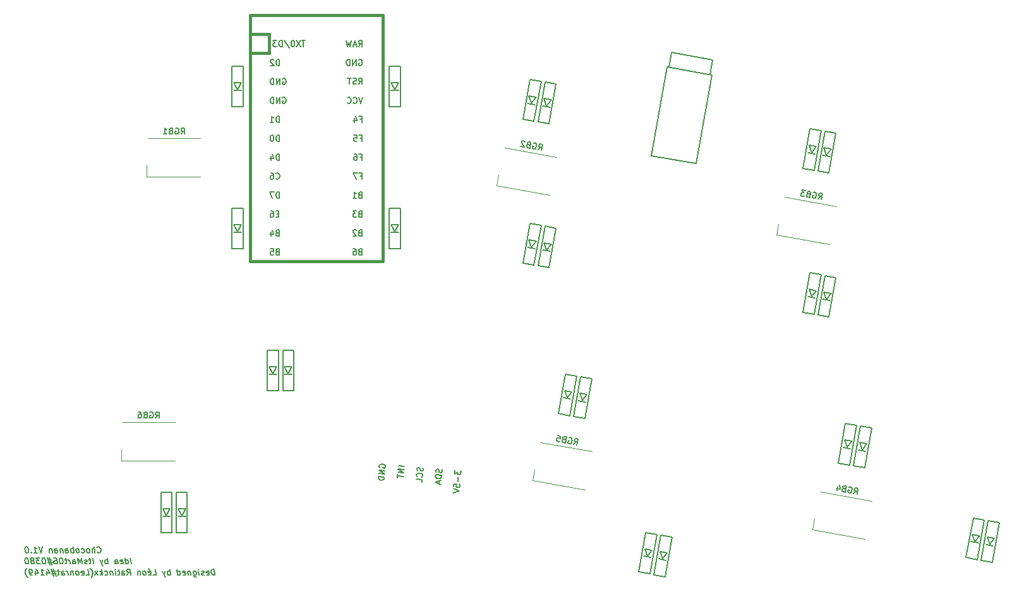
<source format=gbr>
%TF.GenerationSoftware,KiCad,Pcbnew,(6.0.7)*%
%TF.CreationDate,2023-04-18T20:13:39+02:00*%
%TF.ProjectId,chocobanan,63686f63-6f62-4616-9e61-6e2e6b696361,rev?*%
%TF.SameCoordinates,Original*%
%TF.FileFunction,Legend,Bot*%
%TF.FilePolarity,Positive*%
%FSLAX46Y46*%
G04 Gerber Fmt 4.6, Leading zero omitted, Abs format (unit mm)*
G04 Created by KiCad (PCBNEW (6.0.7)) date 2023-04-18 20:13:39*
%MOMM*%
%LPD*%
G01*
G04 APERTURE LIST*
%ADD10C,0.150000*%
%ADD11C,0.381000*%
%ADD12C,0.120000*%
G04 APERTURE END LIST*
D10*
X-5495044Y-62478544D02*
X-5452187Y-62516639D01*
X-5333139Y-62554734D01*
X-5256949Y-62554734D01*
X-5147425Y-62516639D01*
X-5080758Y-62440449D01*
X-5052187Y-62364258D01*
X-5033139Y-62211877D01*
X-5047425Y-62097591D01*
X-5104568Y-61945210D01*
X-5152187Y-61869020D01*
X-5237901Y-61792830D01*
X-5356949Y-61754734D01*
X-5433139Y-61754734D01*
X-5542663Y-61792830D01*
X-5575996Y-61830925D01*
X-5828377Y-62554734D02*
X-5928377Y-61754734D01*
X-6171234Y-62554734D02*
X-6223615Y-62135687D01*
X-6195044Y-62059496D01*
X-6123615Y-62021401D01*
X-6009329Y-62021401D01*
X-5928377Y-62059496D01*
X-5885520Y-62097591D01*
X-6666472Y-62554734D02*
X-6595044Y-62516639D01*
X-6561710Y-62478544D01*
X-6533139Y-62402353D01*
X-6561710Y-62173782D01*
X-6609329Y-62097591D01*
X-6652187Y-62059496D01*
X-6733139Y-62021401D01*
X-6847425Y-62021401D01*
X-6918853Y-62059496D01*
X-6952187Y-62097591D01*
X-6980758Y-62173782D01*
X-6952187Y-62402353D01*
X-6904568Y-62478544D01*
X-6861710Y-62516639D01*
X-6780758Y-62554734D01*
X-6666472Y-62554734D01*
X-7623615Y-62516639D02*
X-7542663Y-62554734D01*
X-7390282Y-62554734D01*
X-7318853Y-62516639D01*
X-7285520Y-62478544D01*
X-7256949Y-62402353D01*
X-7285520Y-62173782D01*
X-7333139Y-62097591D01*
X-7375996Y-62059496D01*
X-7456949Y-62021401D01*
X-7609330Y-62021401D01*
X-7680758Y-62059496D01*
X-8075996Y-62554734D02*
X-8004568Y-62516639D01*
X-7971234Y-62478544D01*
X-7942663Y-62402353D01*
X-7971234Y-62173782D01*
X-8018853Y-62097591D01*
X-8061710Y-62059496D01*
X-8142663Y-62021401D01*
X-8256949Y-62021401D01*
X-8328377Y-62059496D01*
X-8361710Y-62097591D01*
X-8390282Y-62173782D01*
X-8361710Y-62402353D01*
X-8314091Y-62478544D01*
X-8271234Y-62516639D01*
X-8190282Y-62554734D01*
X-8075996Y-62554734D01*
X-8685520Y-62554734D02*
X-8785520Y-61754734D01*
X-8747425Y-62059496D02*
X-8828377Y-62021401D01*
X-8980758Y-62021401D01*
X-9052187Y-62059496D01*
X-9085520Y-62097591D01*
X-9114091Y-62173782D01*
X-9085520Y-62402353D01*
X-9037901Y-62478544D01*
X-8995044Y-62516639D01*
X-8914091Y-62554734D01*
X-8761710Y-62554734D01*
X-8690282Y-62516639D01*
X-9752187Y-62554734D02*
X-9804568Y-62135687D01*
X-9775996Y-62059496D01*
X-9704568Y-62021401D01*
X-9552187Y-62021401D01*
X-9471234Y-62059496D01*
X-9756949Y-62516639D02*
X-9675996Y-62554734D01*
X-9485520Y-62554734D01*
X-9414091Y-62516639D01*
X-9385520Y-62440449D01*
X-9395044Y-62364258D01*
X-9442663Y-62288068D01*
X-9523615Y-62249972D01*
X-9714091Y-62249972D01*
X-9795044Y-62211877D01*
X-10199806Y-62021401D02*
X-10133139Y-62554734D01*
X-10190282Y-62097591D02*
X-10233139Y-62059496D01*
X-10314091Y-62021401D01*
X-10428377Y-62021401D01*
X-10499806Y-62059496D01*
X-10528377Y-62135687D01*
X-10475996Y-62554734D01*
X-11199806Y-62554734D02*
X-11252187Y-62135687D01*
X-11223615Y-62059496D01*
X-11152187Y-62021401D01*
X-10999806Y-62021401D01*
X-10918853Y-62059496D01*
X-11204568Y-62516639D02*
X-11123615Y-62554734D01*
X-10933139Y-62554734D01*
X-10861710Y-62516639D01*
X-10833139Y-62440449D01*
X-10842663Y-62364258D01*
X-10890282Y-62288068D01*
X-10971234Y-62249972D01*
X-11161710Y-62249972D01*
X-11242663Y-62211877D01*
X-11647425Y-62021401D02*
X-11580758Y-62554734D01*
X-11637901Y-62097591D02*
X-11680758Y-62059496D01*
X-11761710Y-62021401D01*
X-11875996Y-62021401D01*
X-11947425Y-62059496D01*
X-11975996Y-62135687D01*
X-11923615Y-62554734D01*
X-12899806Y-61754734D02*
X-13066472Y-62554734D01*
X-13433139Y-61754734D01*
X-14018853Y-62554734D02*
X-13561710Y-62554734D01*
X-13790282Y-62554734D02*
X-13890282Y-61754734D01*
X-13799806Y-61869020D01*
X-13714091Y-61945210D01*
X-13633139Y-61983306D01*
X-14371234Y-62478544D02*
X-14404568Y-62516639D01*
X-14361710Y-62554734D01*
X-14328377Y-62516639D01*
X-14371234Y-62478544D01*
X-14361710Y-62554734D01*
X-14995044Y-61754734D02*
X-15071234Y-61754734D01*
X-15142663Y-61792830D01*
X-15175996Y-61830925D01*
X-15204568Y-61907115D01*
X-15223615Y-62059496D01*
X-15199806Y-62249972D01*
X-15142663Y-62402353D01*
X-15095044Y-62478544D01*
X-15052187Y-62516639D01*
X-14971234Y-62554734D01*
X-14895044Y-62554734D01*
X-14823615Y-62516639D01*
X-14790282Y-62478544D01*
X-14761710Y-62402353D01*
X-14742663Y-62249972D01*
X-14766472Y-62059496D01*
X-14823615Y-61907115D01*
X-14871234Y-61830925D01*
X-14914091Y-61792830D01*
X-14995044Y-61754734D01*
X-990282Y-64054734D02*
X-1090282Y-63254734D01*
X-1714091Y-64054734D02*
X-1814091Y-63254734D01*
X-1718853Y-64016639D02*
X-1637901Y-64054734D01*
X-1485520Y-64054734D01*
X-1414091Y-64016639D01*
X-1380758Y-63978544D01*
X-1352187Y-63902353D01*
X-1380758Y-63673782D01*
X-1428377Y-63597591D01*
X-1471234Y-63559496D01*
X-1552187Y-63521401D01*
X-1704568Y-63521401D01*
X-1775996Y-63559496D01*
X-2404568Y-64016639D02*
X-2323615Y-64054734D01*
X-2171234Y-64054734D01*
X-2099806Y-64016639D01*
X-2071234Y-63940449D01*
X-2109329Y-63635687D01*
X-2156949Y-63559496D01*
X-2237901Y-63521401D01*
X-2390282Y-63521401D01*
X-2461710Y-63559496D01*
X-2490282Y-63635687D01*
X-2480758Y-63711877D01*
X-2090282Y-63788068D01*
X-3123615Y-64054734D02*
X-3175996Y-63635687D01*
X-3147425Y-63559496D01*
X-3075996Y-63521401D01*
X-2923615Y-63521401D01*
X-2842663Y-63559496D01*
X-3128377Y-64016639D02*
X-3047425Y-64054734D01*
X-2856949Y-64054734D01*
X-2785520Y-64016639D01*
X-2756949Y-63940449D01*
X-2766472Y-63864258D01*
X-2814091Y-63788068D01*
X-2895044Y-63749972D01*
X-3085520Y-63749972D01*
X-3166472Y-63711877D01*
X-4114091Y-64054734D02*
X-4214091Y-63254734D01*
X-4175996Y-63559496D02*
X-4256949Y-63521401D01*
X-4409330Y-63521401D01*
X-4480758Y-63559496D01*
X-4514091Y-63597591D01*
X-4542663Y-63673782D01*
X-4514091Y-63902353D01*
X-4466472Y-63978544D01*
X-4423615Y-64016639D01*
X-4342663Y-64054734D01*
X-4190282Y-64054734D01*
X-4118853Y-64016639D01*
X-4828377Y-63521401D02*
X-4952187Y-64054734D01*
X-5209330Y-63521401D02*
X-4952187Y-64054734D01*
X-4852187Y-64245210D01*
X-4809330Y-64283306D01*
X-4728377Y-64321401D01*
X-6056949Y-64054734D02*
X-6156949Y-63254734D01*
X-6390282Y-63521401D02*
X-6695044Y-63521401D01*
X-6537901Y-63254734D02*
X-6452187Y-63940449D01*
X-6480758Y-64016639D01*
X-6552187Y-64054734D01*
X-6628377Y-64054734D01*
X-6861710Y-64016639D02*
X-6933139Y-64054734D01*
X-7085520Y-64054734D01*
X-7166472Y-64016639D01*
X-7214091Y-63940449D01*
X-7218853Y-63902353D01*
X-7190282Y-63826163D01*
X-7118853Y-63788068D01*
X-7004568Y-63788068D01*
X-6933139Y-63749972D01*
X-6904568Y-63673782D01*
X-6909329Y-63635687D01*
X-6956949Y-63559496D01*
X-7037901Y-63521401D01*
X-7152187Y-63521401D01*
X-7223615Y-63559496D01*
X-7542663Y-64054734D02*
X-7642663Y-63254734D01*
X-7837901Y-63826163D01*
X-8175996Y-63254734D01*
X-8075996Y-64054734D01*
X-8799806Y-64054734D02*
X-8852187Y-63635687D01*
X-8823615Y-63559496D01*
X-8752187Y-63521401D01*
X-8599806Y-63521401D01*
X-8518853Y-63559496D01*
X-8804568Y-64016639D02*
X-8723615Y-64054734D01*
X-8533139Y-64054734D01*
X-8461710Y-64016639D01*
X-8433139Y-63940449D01*
X-8442663Y-63864258D01*
X-8490282Y-63788068D01*
X-8571234Y-63749972D01*
X-8761710Y-63749972D01*
X-8842663Y-63711877D01*
X-9180758Y-64054734D02*
X-9247425Y-63521401D01*
X-9228377Y-63673782D02*
X-9275996Y-63597591D01*
X-9318853Y-63559496D01*
X-9399806Y-63521401D01*
X-9475996Y-63521401D01*
X-9628377Y-63521401D02*
X-9933139Y-63521401D01*
X-9775996Y-63254734D02*
X-9690282Y-63940449D01*
X-9718853Y-64016639D01*
X-9790282Y-64054734D01*
X-9866472Y-64054734D01*
X-10385520Y-63254734D02*
X-10461710Y-63254734D01*
X-10533139Y-63292830D01*
X-10566472Y-63330925D01*
X-10595044Y-63407115D01*
X-10614091Y-63559496D01*
X-10590282Y-63749972D01*
X-10533139Y-63902353D01*
X-10485520Y-63978544D01*
X-10442663Y-64016639D01*
X-10361710Y-64054734D01*
X-10285520Y-64054734D01*
X-10214091Y-64016639D01*
X-10180758Y-63978544D01*
X-10152187Y-63902353D01*
X-10133139Y-63749972D01*
X-10156949Y-63559496D01*
X-10214091Y-63407115D01*
X-10261710Y-63330925D01*
X-10304568Y-63292830D01*
X-10385520Y-63254734D01*
X-11337901Y-63254734D02*
X-11185520Y-63254734D01*
X-11104568Y-63292830D01*
X-11061710Y-63330925D01*
X-10971234Y-63445210D01*
X-10914091Y-63597591D01*
X-10875996Y-63902353D01*
X-10904568Y-63978544D01*
X-10937901Y-64016639D01*
X-11009330Y-64054734D01*
X-11161710Y-64054734D01*
X-11242663Y-64016639D01*
X-11285520Y-63978544D01*
X-11333139Y-63902353D01*
X-11356949Y-63711877D01*
X-11328377Y-63635687D01*
X-11295044Y-63597591D01*
X-11223615Y-63559496D01*
X-11071234Y-63559496D01*
X-10990282Y-63597591D01*
X-10947425Y-63635687D01*
X-10899806Y-63711877D01*
X-11685520Y-63521401D02*
X-12256949Y-63521401D01*
X-11956949Y-63178544D02*
X-11599806Y-64207115D01*
X-12137901Y-63864258D02*
X-11566472Y-63864258D01*
X-11866472Y-64207115D02*
X-12223615Y-63178544D01*
X-12709330Y-63254734D02*
X-12785520Y-63254734D01*
X-12856949Y-63292830D01*
X-12890282Y-63330925D01*
X-12918853Y-63407115D01*
X-12937901Y-63559496D01*
X-12914091Y-63749972D01*
X-12856949Y-63902353D01*
X-12809330Y-63978544D01*
X-12766472Y-64016639D01*
X-12685520Y-64054734D01*
X-12609330Y-64054734D01*
X-12537901Y-64016639D01*
X-12504568Y-63978544D01*
X-12475996Y-63902353D01*
X-12456949Y-63749972D01*
X-12480758Y-63559496D01*
X-12537901Y-63407115D01*
X-12585520Y-63330925D01*
X-12628377Y-63292830D01*
X-12709330Y-63254734D01*
X-13242663Y-63254734D02*
X-13737901Y-63254734D01*
X-13433139Y-63559496D01*
X-13547425Y-63559496D01*
X-13618853Y-63597591D01*
X-13652187Y-63635687D01*
X-13680758Y-63711877D01*
X-13656949Y-63902353D01*
X-13609330Y-63978544D01*
X-13566472Y-64016639D01*
X-13485520Y-64054734D01*
X-13256949Y-64054734D01*
X-13185520Y-64016639D01*
X-13152187Y-63978544D01*
X-14152187Y-63597591D02*
X-14080758Y-63559496D01*
X-14047425Y-63521401D01*
X-14018853Y-63445210D01*
X-14023615Y-63407115D01*
X-14071234Y-63330925D01*
X-14114091Y-63292830D01*
X-14195044Y-63254734D01*
X-14347425Y-63254734D01*
X-14418853Y-63292830D01*
X-14452187Y-63330925D01*
X-14480758Y-63407115D01*
X-14475996Y-63445210D01*
X-14428377Y-63521401D01*
X-14385520Y-63559496D01*
X-14304568Y-63597591D01*
X-14152187Y-63597591D01*
X-14071234Y-63635687D01*
X-14028377Y-63673782D01*
X-13980758Y-63749972D01*
X-13961710Y-63902353D01*
X-13990282Y-63978544D01*
X-14023615Y-64016639D01*
X-14095044Y-64054734D01*
X-14247425Y-64054734D01*
X-14328377Y-64016639D01*
X-14371234Y-63978544D01*
X-14418853Y-63902353D01*
X-14437901Y-63749972D01*
X-14409330Y-63673782D01*
X-14375996Y-63635687D01*
X-14304568Y-63597591D01*
X-14995044Y-63254734D02*
X-15071234Y-63254734D01*
X-15142663Y-63292830D01*
X-15175996Y-63330925D01*
X-15204568Y-63407115D01*
X-15223615Y-63559496D01*
X-15199806Y-63749972D01*
X-15142663Y-63902353D01*
X-15095044Y-63978544D01*
X-15052187Y-64016639D01*
X-14971234Y-64054734D01*
X-14895044Y-64054734D01*
X-14823615Y-64016639D01*
X-14790282Y-63978544D01*
X-14761710Y-63902353D01*
X-14742663Y-63749972D01*
X-14766472Y-63559496D01*
X-14823615Y-63407115D01*
X-14871234Y-63330925D01*
X-14914091Y-63292830D01*
X-14995044Y-63254734D01*
X10247812Y-65554734D02*
X10147812Y-64754734D01*
X9957336Y-64754734D01*
X9847812Y-64792830D01*
X9781146Y-64869020D01*
X9752574Y-64945210D01*
X9733527Y-65097591D01*
X9747812Y-65211877D01*
X9804955Y-65364258D01*
X9852574Y-65440449D01*
X9938289Y-65516639D01*
X10057336Y-65554734D01*
X10247812Y-65554734D01*
X9138289Y-65516639D02*
X9219241Y-65554734D01*
X9371622Y-65554734D01*
X9443050Y-65516639D01*
X9471622Y-65440449D01*
X9433527Y-65135687D01*
X9385908Y-65059496D01*
X9304955Y-65021401D01*
X9152574Y-65021401D01*
X9081146Y-65059496D01*
X9052574Y-65135687D01*
X9062098Y-65211877D01*
X9452574Y-65288068D01*
X8795431Y-65516639D02*
X8724003Y-65554734D01*
X8571622Y-65554734D01*
X8490670Y-65516639D01*
X8443050Y-65440449D01*
X8438289Y-65402353D01*
X8466860Y-65326163D01*
X8538289Y-65288068D01*
X8652574Y-65288068D01*
X8724003Y-65249972D01*
X8752574Y-65173782D01*
X8747812Y-65135687D01*
X8700193Y-65059496D01*
X8619241Y-65021401D01*
X8504955Y-65021401D01*
X8433527Y-65059496D01*
X8114479Y-65554734D02*
X8047812Y-65021401D01*
X8014479Y-64754734D02*
X8057336Y-64792830D01*
X8024003Y-64830925D01*
X7981146Y-64792830D01*
X8014479Y-64754734D01*
X8024003Y-64830925D01*
X7324003Y-65021401D02*
X7404955Y-65669020D01*
X7452574Y-65745210D01*
X7495431Y-65783306D01*
X7576384Y-65821401D01*
X7690670Y-65821401D01*
X7762098Y-65783306D01*
X7385908Y-65516639D02*
X7466860Y-65554734D01*
X7619241Y-65554734D01*
X7690670Y-65516639D01*
X7724003Y-65478544D01*
X7752574Y-65402353D01*
X7724003Y-65173782D01*
X7676384Y-65097591D01*
X7633527Y-65059496D01*
X7552574Y-65021401D01*
X7400193Y-65021401D01*
X7328765Y-65059496D01*
X6943050Y-65021401D02*
X7009717Y-65554734D01*
X6952574Y-65097591D02*
X6909717Y-65059496D01*
X6828765Y-65021401D01*
X6714479Y-65021401D01*
X6643050Y-65059496D01*
X6614479Y-65135687D01*
X6666860Y-65554734D01*
X5976384Y-65516639D02*
X6057336Y-65554734D01*
X6209717Y-65554734D01*
X6281146Y-65516639D01*
X6309717Y-65440449D01*
X6271622Y-65135687D01*
X6224003Y-65059496D01*
X6143050Y-65021401D01*
X5990670Y-65021401D01*
X5919241Y-65059496D01*
X5890670Y-65135687D01*
X5900193Y-65211877D01*
X6290670Y-65288068D01*
X5257336Y-65554734D02*
X5157336Y-64754734D01*
X5252574Y-65516639D02*
X5333527Y-65554734D01*
X5485908Y-65554734D01*
X5557336Y-65516639D01*
X5590670Y-65478544D01*
X5619241Y-65402353D01*
X5590670Y-65173782D01*
X5543050Y-65097591D01*
X5500193Y-65059496D01*
X5419241Y-65021401D01*
X5266860Y-65021401D01*
X5195431Y-65059496D01*
X4266860Y-65554734D02*
X4166860Y-64754734D01*
X4204955Y-65059496D02*
X4124003Y-65021401D01*
X3971622Y-65021401D01*
X3900193Y-65059496D01*
X3866860Y-65097591D01*
X3838289Y-65173782D01*
X3866860Y-65402353D01*
X3914479Y-65478544D01*
X3957336Y-65516639D01*
X4038289Y-65554734D01*
X4190670Y-65554734D01*
X4262098Y-65516639D01*
X3552574Y-65021401D02*
X3428765Y-65554734D01*
X3171622Y-65021401D02*
X3428765Y-65554734D01*
X3528765Y-65745210D01*
X3571622Y-65783306D01*
X3652574Y-65821401D01*
X1943050Y-65554734D02*
X2324003Y-65554734D01*
X2224003Y-64754734D01*
X1366860Y-65516639D02*
X1447812Y-65554734D01*
X1600193Y-65554734D01*
X1671622Y-65516639D01*
X1700193Y-65440449D01*
X1662098Y-65135687D01*
X1614479Y-65059496D01*
X1533527Y-65021401D01*
X1381146Y-65021401D01*
X1309717Y-65059496D01*
X1281146Y-65135687D01*
X1290670Y-65211877D01*
X1681146Y-65288068D01*
X1343050Y-64716639D02*
X1471622Y-64830925D01*
X876384Y-65554734D02*
X947812Y-65516639D01*
X981146Y-65478544D01*
X1009717Y-65402353D01*
X981146Y-65173782D01*
X933527Y-65097591D01*
X890670Y-65059496D01*
X809717Y-65021401D01*
X695431Y-65021401D01*
X624003Y-65059496D01*
X590670Y-65097591D01*
X562098Y-65173782D01*
X590670Y-65402353D01*
X638289Y-65478544D01*
X681146Y-65516639D01*
X762098Y-65554734D01*
X876384Y-65554734D01*
X200193Y-65021401D02*
X266860Y-65554734D01*
X209717Y-65097591D02*
X166860Y-65059496D01*
X85908Y-65021401D01*
X-28377Y-65021401D01*
X-99806Y-65059496D01*
X-128377Y-65135687D01*
X-75996Y-65554734D01*
X-1523615Y-65554734D02*
X-1304568Y-65173782D01*
X-1066472Y-65554734D02*
X-1166472Y-64754734D01*
X-1471234Y-64754734D01*
X-1542663Y-64792830D01*
X-1575996Y-64830925D01*
X-1604568Y-64907115D01*
X-1590282Y-65021401D01*
X-1542663Y-65097591D01*
X-1499806Y-65135687D01*
X-1418853Y-65173782D01*
X-1114091Y-65173782D01*
X-2209329Y-65554734D02*
X-2261710Y-65135687D01*
X-2233139Y-65059496D01*
X-2161710Y-65021401D01*
X-2009329Y-65021401D01*
X-1928377Y-65059496D01*
X-2214091Y-65516639D02*
X-2133139Y-65554734D01*
X-1942663Y-65554734D01*
X-1871234Y-65516639D01*
X-1842663Y-65440449D01*
X-1852187Y-65364258D01*
X-1899806Y-65288068D01*
X-1980758Y-65249972D01*
X-2171234Y-65249972D01*
X-2252187Y-65211877D01*
X-2542663Y-65021401D02*
X-2847425Y-65021401D01*
X-2690282Y-64754734D02*
X-2604568Y-65440449D01*
X-2633139Y-65516639D01*
X-2704568Y-65554734D01*
X-2780758Y-65554734D01*
X-3047425Y-65554734D02*
X-3114091Y-65021401D01*
X-3147425Y-64754734D02*
X-3104568Y-64792830D01*
X-3137901Y-64830925D01*
X-3180758Y-64792830D01*
X-3147425Y-64754734D01*
X-3137901Y-64830925D01*
X-3495044Y-65021401D02*
X-3428377Y-65554734D01*
X-3485520Y-65097591D02*
X-3528377Y-65059496D01*
X-3609329Y-65021401D01*
X-3723615Y-65021401D01*
X-3795044Y-65059496D01*
X-3823615Y-65135687D01*
X-3771234Y-65554734D01*
X-4499806Y-65516639D02*
X-4418853Y-65554734D01*
X-4266472Y-65554734D01*
X-4195044Y-65516639D01*
X-4161710Y-65478544D01*
X-4133139Y-65402353D01*
X-4161710Y-65173782D01*
X-4209329Y-65097591D01*
X-4252187Y-65059496D01*
X-4333139Y-65021401D01*
X-4485520Y-65021401D01*
X-4556949Y-65059496D01*
X-4837901Y-65554734D02*
X-4937901Y-64754734D01*
X-4952187Y-65249972D02*
X-5142663Y-65554734D01*
X-5209329Y-65021401D02*
X-4866472Y-65326163D01*
X-5409329Y-65554734D02*
X-5895044Y-65021401D01*
X-5475996Y-65021401D02*
X-5828377Y-65554734D01*
X-6323615Y-65859496D02*
X-6290282Y-65821401D01*
X-6228377Y-65707115D01*
X-6199806Y-65630925D01*
X-6175996Y-65516639D01*
X-6161710Y-65326163D01*
X-6180758Y-65173782D01*
X-6242663Y-64983306D01*
X-6295044Y-64869020D01*
X-6342663Y-64792830D01*
X-6433139Y-64678544D01*
X-6475996Y-64640449D01*
X-7047425Y-65554734D02*
X-6666472Y-65554734D01*
X-6766472Y-64754734D01*
X-7623615Y-65516639D02*
X-7542663Y-65554734D01*
X-7390282Y-65554734D01*
X-7318853Y-65516639D01*
X-7290282Y-65440449D01*
X-7328377Y-65135687D01*
X-7375996Y-65059496D01*
X-7456949Y-65021401D01*
X-7609329Y-65021401D01*
X-7680758Y-65059496D01*
X-7709329Y-65135687D01*
X-7699806Y-65211877D01*
X-7309329Y-65288068D01*
X-8114091Y-65554734D02*
X-8042663Y-65516639D01*
X-8009329Y-65478544D01*
X-7980758Y-65402353D01*
X-8009329Y-65173782D01*
X-8056949Y-65097591D01*
X-8099806Y-65059496D01*
X-8180758Y-65021401D01*
X-8295044Y-65021401D01*
X-8366472Y-65059496D01*
X-8399806Y-65097591D01*
X-8428377Y-65173782D01*
X-8399806Y-65402353D01*
X-8352187Y-65478544D01*
X-8309329Y-65516639D01*
X-8228377Y-65554734D01*
X-8114091Y-65554734D01*
X-8790282Y-65021401D02*
X-8723615Y-65554734D01*
X-8780758Y-65097591D02*
X-8823615Y-65059496D01*
X-8904568Y-65021401D01*
X-9018853Y-65021401D01*
X-9090282Y-65059496D01*
X-9118853Y-65135687D01*
X-9066472Y-65554734D01*
X-9447425Y-65554734D02*
X-9514091Y-65021401D01*
X-9495044Y-65173782D02*
X-9542663Y-65097591D01*
X-9585520Y-65059496D01*
X-9666472Y-65021401D01*
X-9742663Y-65021401D01*
X-10285520Y-65554734D02*
X-10337901Y-65135687D01*
X-10309329Y-65059496D01*
X-10237901Y-65021401D01*
X-10085520Y-65021401D01*
X-10004568Y-65059496D01*
X-10290282Y-65516639D02*
X-10209329Y-65554734D01*
X-10018853Y-65554734D01*
X-9947425Y-65516639D01*
X-9918853Y-65440449D01*
X-9928377Y-65364258D01*
X-9975996Y-65288068D01*
X-10056949Y-65249972D01*
X-10247425Y-65249972D01*
X-10328377Y-65211877D01*
X-10618853Y-65021401D02*
X-10923615Y-65021401D01*
X-10766472Y-64754734D02*
X-10680758Y-65440449D01*
X-10709329Y-65516639D01*
X-10780758Y-65554734D01*
X-10856949Y-65554734D01*
X-11152187Y-65021401D02*
X-11723615Y-65021401D01*
X-11423615Y-64678544D02*
X-11066472Y-65707115D01*
X-11604568Y-65364258D02*
X-11033139Y-65364258D01*
X-11333139Y-65707115D02*
X-11690282Y-64678544D01*
X-12333139Y-65021401D02*
X-12266472Y-65554734D01*
X-12180758Y-64716639D02*
X-11918853Y-65288068D01*
X-12414091Y-65288068D01*
X-13104568Y-65554734D02*
X-12647425Y-65554734D01*
X-12875996Y-65554734D02*
X-12975996Y-64754734D01*
X-12885520Y-64869020D01*
X-12799806Y-64945210D01*
X-12718853Y-64983306D01*
X-13856949Y-65021401D02*
X-13790282Y-65554734D01*
X-13704568Y-64716639D02*
X-13442663Y-65288068D01*
X-13937901Y-65288068D01*
X-14247425Y-65554734D02*
X-14399806Y-65554734D01*
X-14480758Y-65516639D01*
X-14523615Y-65478544D01*
X-14614091Y-65364258D01*
X-14671234Y-65211877D01*
X-14709329Y-64907115D01*
X-14680758Y-64830925D01*
X-14647425Y-64792830D01*
X-14575996Y-64754734D01*
X-14423615Y-64754734D01*
X-14342663Y-64792830D01*
X-14299806Y-64830925D01*
X-14252187Y-64907115D01*
X-14228377Y-65097591D01*
X-14256949Y-65173782D01*
X-14290282Y-65211877D01*
X-14361710Y-65249972D01*
X-14514091Y-65249972D01*
X-14595044Y-65211877D01*
X-14637901Y-65173782D01*
X-14685520Y-65097591D01*
X-14856949Y-65859496D02*
X-14899806Y-65821401D01*
X-14990282Y-65707115D01*
X-15037901Y-65630925D01*
X-15090282Y-65516639D01*
X-15152187Y-65326163D01*
X-15171234Y-65173782D01*
X-15156949Y-64983306D01*
X-15133139Y-64869020D01*
X-15104568Y-64792830D01*
X-15042663Y-64678544D01*
X-15009329Y-64640449D01*
%TO.C,U1*%
X29676557Y-14547857D02*
X29562271Y-14585952D01*
X29524176Y-14624047D01*
X29486080Y-14700238D01*
X29486080Y-14814523D01*
X29524176Y-14890714D01*
X29562271Y-14928809D01*
X29638461Y-14966904D01*
X29943223Y-14966904D01*
X29943223Y-14166904D01*
X29676557Y-14166904D01*
X29600366Y-14205000D01*
X29562271Y-14243095D01*
X29524176Y-14319285D01*
X29524176Y-14395476D01*
X29562271Y-14471666D01*
X29600366Y-14509761D01*
X29676557Y-14547857D01*
X29943223Y-14547857D01*
X28724176Y-14966904D02*
X29181319Y-14966904D01*
X28952747Y-14966904D02*
X28952747Y-14166904D01*
X29028938Y-14281190D01*
X29105128Y-14357380D01*
X29181319Y-14395476D01*
X18405585Y-12350714D02*
X18443680Y-12388809D01*
X18557966Y-12426904D01*
X18634157Y-12426904D01*
X18748442Y-12388809D01*
X18824633Y-12312619D01*
X18862728Y-12236428D01*
X18900823Y-12084047D01*
X18900823Y-11969761D01*
X18862728Y-11817380D01*
X18824633Y-11741190D01*
X18748442Y-11665000D01*
X18634157Y-11626904D01*
X18557966Y-11626904D01*
X18443680Y-11665000D01*
X18405585Y-11703095D01*
X17719871Y-11626904D02*
X17872252Y-11626904D01*
X17948442Y-11665000D01*
X17986538Y-11703095D01*
X18062728Y-11817380D01*
X18100823Y-11969761D01*
X18100823Y-12274523D01*
X18062728Y-12350714D01*
X18024633Y-12388809D01*
X17948442Y-12426904D01*
X17796061Y-12426904D01*
X17719871Y-12388809D01*
X17681776Y-12350714D01*
X17643680Y-12274523D01*
X17643680Y-12084047D01*
X17681776Y-12007857D01*
X17719871Y-11969761D01*
X17796061Y-11931666D01*
X17948442Y-11931666D01*
X18024633Y-11969761D01*
X18062728Y-12007857D01*
X18100823Y-12084047D01*
X29676557Y-4387857D02*
X29943223Y-4387857D01*
X29943223Y-4806904D02*
X29943223Y-4006904D01*
X29562271Y-4006904D01*
X28914652Y-4273571D02*
X28914652Y-4806904D01*
X29105128Y-3968809D02*
X29295604Y-4540238D01*
X28800366Y-4540238D01*
X29676557Y-12007857D02*
X29943223Y-12007857D01*
X29943223Y-12426904D02*
X29943223Y-11626904D01*
X29562271Y-11626904D01*
X29333700Y-11626904D02*
X28800366Y-11626904D01*
X29143223Y-12426904D01*
X30057509Y-1466904D02*
X29790842Y-2266904D01*
X29524176Y-1466904D01*
X28800366Y-2190714D02*
X28838461Y-2228809D01*
X28952747Y-2266904D01*
X29028938Y-2266904D01*
X29143223Y-2228809D01*
X29219414Y-2152619D01*
X29257509Y-2076428D01*
X29295604Y-1924047D01*
X29295604Y-1809761D01*
X29257509Y-1657380D01*
X29219414Y-1581190D01*
X29143223Y-1505000D01*
X29028938Y-1466904D01*
X28952747Y-1466904D01*
X28838461Y-1505000D01*
X28800366Y-1543095D01*
X28000366Y-2190714D02*
X28038461Y-2228809D01*
X28152747Y-2266904D01*
X28228938Y-2266904D01*
X28343223Y-2228809D01*
X28419414Y-2152619D01*
X28457509Y-2076428D01*
X28495604Y-1924047D01*
X28495604Y-1809761D01*
X28457509Y-1657380D01*
X28419414Y-1581190D01*
X28343223Y-1505000D01*
X28228938Y-1466904D01*
X28152747Y-1466904D01*
X28038461Y-1505000D01*
X28000366Y-1543095D01*
X29676557Y-22167857D02*
X29562271Y-22205952D01*
X29524176Y-22244047D01*
X29486080Y-22320238D01*
X29486080Y-22434523D01*
X29524176Y-22510714D01*
X29562271Y-22548809D01*
X29638461Y-22586904D01*
X29943223Y-22586904D01*
X29943223Y-21786904D01*
X29676557Y-21786904D01*
X29600366Y-21825000D01*
X29562271Y-21863095D01*
X29524176Y-21939285D01*
X29524176Y-22015476D01*
X29562271Y-22091666D01*
X29600366Y-22129761D01*
X29676557Y-22167857D01*
X29943223Y-22167857D01*
X28800366Y-21786904D02*
X28952747Y-21786904D01*
X29028938Y-21825000D01*
X29067033Y-21863095D01*
X29143223Y-21977380D01*
X29181319Y-22129761D01*
X29181319Y-22434523D01*
X29143223Y-22510714D01*
X29105128Y-22548809D01*
X29028938Y-22586904D01*
X28876557Y-22586904D01*
X28800366Y-22548809D01*
X28762271Y-22510714D01*
X28724176Y-22434523D01*
X28724176Y-22244047D01*
X28762271Y-22167857D01*
X28800366Y-22129761D01*
X28876557Y-22091666D01*
X29028938Y-22091666D01*
X29105128Y-22129761D01*
X29143223Y-22167857D01*
X29181319Y-22244047D01*
X19319871Y1035000D02*
X19396061Y1073095D01*
X19510347Y1073095D01*
X19624633Y1035000D01*
X19700823Y958809D01*
X19738919Y882619D01*
X19777014Y730238D01*
X19777014Y615952D01*
X19738919Y463571D01*
X19700823Y387380D01*
X19624633Y311190D01*
X19510347Y273095D01*
X19434157Y273095D01*
X19319871Y311190D01*
X19281776Y349285D01*
X19281776Y615952D01*
X19434157Y615952D01*
X18938919Y273095D02*
X18938919Y1073095D01*
X18481776Y273095D01*
X18481776Y1073095D01*
X18100823Y273095D02*
X18100823Y1073095D01*
X17910347Y1073095D01*
X17796061Y1035000D01*
X17719871Y958809D01*
X17681776Y882619D01*
X17643680Y730238D01*
X17643680Y615952D01*
X17681776Y463571D01*
X17719871Y387380D01*
X17796061Y311190D01*
X17910347Y273095D01*
X18100823Y273095D01*
X19319871Y-1505000D02*
X19396061Y-1466904D01*
X19510347Y-1466904D01*
X19624633Y-1505000D01*
X19700823Y-1581190D01*
X19738919Y-1657380D01*
X19777014Y-1809761D01*
X19777014Y-1924047D01*
X19738919Y-2076428D01*
X19700823Y-2152619D01*
X19624633Y-2228809D01*
X19510347Y-2266904D01*
X19434157Y-2266904D01*
X19319871Y-2228809D01*
X19281776Y-2190714D01*
X19281776Y-1924047D01*
X19434157Y-1924047D01*
X18938919Y-2266904D02*
X18938919Y-1466904D01*
X18481776Y-2266904D01*
X18481776Y-1466904D01*
X18100823Y-2266904D02*
X18100823Y-1466904D01*
X17910347Y-1466904D01*
X17796061Y-1505000D01*
X17719871Y-1581190D01*
X17681776Y-1657380D01*
X17643680Y-1809761D01*
X17643680Y-1924047D01*
X17681776Y-2076428D01*
X17719871Y-2152619D01*
X17796061Y-2228809D01*
X17910347Y-2266904D01*
X18100823Y-2266904D01*
X18596061Y-22167857D02*
X18481776Y-22205952D01*
X18443680Y-22244047D01*
X18405585Y-22320238D01*
X18405585Y-22434523D01*
X18443680Y-22510714D01*
X18481776Y-22548809D01*
X18557966Y-22586904D01*
X18862728Y-22586904D01*
X18862728Y-21786904D01*
X18596061Y-21786904D01*
X18519871Y-21825000D01*
X18481776Y-21863095D01*
X18443680Y-21939285D01*
X18443680Y-22015476D01*
X18481776Y-22091666D01*
X18519871Y-22129761D01*
X18596061Y-22167857D01*
X18862728Y-22167857D01*
X17681776Y-21786904D02*
X18062728Y-21786904D01*
X18100823Y-22167857D01*
X18062728Y-22129761D01*
X17986538Y-22091666D01*
X17796061Y-22091666D01*
X17719871Y-22129761D01*
X17681776Y-22167857D01*
X17643680Y-22244047D01*
X17643680Y-22434523D01*
X17681776Y-22510714D01*
X17719871Y-22548809D01*
X17796061Y-22586904D01*
X17986538Y-22586904D01*
X18062728Y-22548809D01*
X18100823Y-22510714D01*
X29676557Y-6927857D02*
X29943223Y-6927857D01*
X29943223Y-7346904D02*
X29943223Y-6546904D01*
X29562271Y-6546904D01*
X28876557Y-6546904D02*
X29257509Y-6546904D01*
X29295604Y-6927857D01*
X29257509Y-6889761D01*
X29181319Y-6851666D01*
X28990842Y-6851666D01*
X28914652Y-6889761D01*
X28876557Y-6927857D01*
X28838461Y-7004047D01*
X28838461Y-7194523D01*
X28876557Y-7270714D01*
X28914652Y-7308809D01*
X28990842Y-7346904D01*
X29181319Y-7346904D01*
X29257509Y-7308809D01*
X29295604Y-7270714D01*
X18862728Y-7346904D02*
X18862728Y-6546904D01*
X18672252Y-6546904D01*
X18557966Y-6585000D01*
X18481776Y-6661190D01*
X18443680Y-6737380D01*
X18405585Y-6889761D01*
X18405585Y-7004047D01*
X18443680Y-7156428D01*
X18481776Y-7232619D01*
X18557966Y-7308809D01*
X18672252Y-7346904D01*
X18862728Y-7346904D01*
X17910347Y-6546904D02*
X17834157Y-6546904D01*
X17757966Y-6585000D01*
X17719871Y-6623095D01*
X17681776Y-6699285D01*
X17643680Y-6851666D01*
X17643680Y-7042142D01*
X17681776Y-7194523D01*
X17719871Y-7270714D01*
X17757966Y-7308809D01*
X17834157Y-7346904D01*
X17910347Y-7346904D01*
X17986538Y-7308809D01*
X18024633Y-7270714D01*
X18062728Y-7194523D01*
X18100823Y-7042142D01*
X18100823Y-6851666D01*
X18062728Y-6699285D01*
X18024633Y-6623095D01*
X17986538Y-6585000D01*
X17910347Y-6546904D01*
X18786538Y-17087857D02*
X18519871Y-17087857D01*
X18405585Y-17506904D02*
X18786538Y-17506904D01*
X18786538Y-16706904D01*
X18405585Y-16706904D01*
X17719871Y-16706904D02*
X17872252Y-16706904D01*
X17948442Y-16745000D01*
X17986538Y-16783095D01*
X18062728Y-16897380D01*
X18100823Y-17049761D01*
X18100823Y-17354523D01*
X18062728Y-17430714D01*
X18024633Y-17468809D01*
X17948442Y-17506904D01*
X17796061Y-17506904D01*
X17719871Y-17468809D01*
X17681776Y-17430714D01*
X17643680Y-17354523D01*
X17643680Y-17164047D01*
X17681776Y-17087857D01*
X17719871Y-17049761D01*
X17796061Y-17011666D01*
X17948442Y-17011666D01*
X18024633Y-17049761D01*
X18062728Y-17087857D01*
X18100823Y-17164047D01*
X18862728Y-14966904D02*
X18862728Y-14166904D01*
X18672252Y-14166904D01*
X18557966Y-14205000D01*
X18481776Y-14281190D01*
X18443680Y-14357380D01*
X18405585Y-14509761D01*
X18405585Y-14624047D01*
X18443680Y-14776428D01*
X18481776Y-14852619D01*
X18557966Y-14928809D01*
X18672252Y-14966904D01*
X18862728Y-14966904D01*
X18138919Y-14166904D02*
X17605585Y-14166904D01*
X17948442Y-14966904D01*
X29676557Y-9467857D02*
X29943223Y-9467857D01*
X29943223Y-9886904D02*
X29943223Y-9086904D01*
X29562271Y-9086904D01*
X28914652Y-9086904D02*
X29067033Y-9086904D01*
X29143223Y-9125000D01*
X29181319Y-9163095D01*
X29257509Y-9277380D01*
X29295604Y-9429761D01*
X29295604Y-9734523D01*
X29257509Y-9810714D01*
X29219414Y-9848809D01*
X29143223Y-9886904D01*
X28990842Y-9886904D01*
X28914652Y-9848809D01*
X28876557Y-9810714D01*
X28838461Y-9734523D01*
X28838461Y-9544047D01*
X28876557Y-9467857D01*
X28914652Y-9429761D01*
X28990842Y-9391666D01*
X29143223Y-9391666D01*
X29219414Y-9429761D01*
X29257509Y-9467857D01*
X29295604Y-9544047D01*
X29676557Y-19627857D02*
X29562271Y-19665952D01*
X29524176Y-19704047D01*
X29486080Y-19780238D01*
X29486080Y-19894523D01*
X29524176Y-19970714D01*
X29562271Y-20008809D01*
X29638461Y-20046904D01*
X29943223Y-20046904D01*
X29943223Y-19246904D01*
X29676557Y-19246904D01*
X29600366Y-19285000D01*
X29562271Y-19323095D01*
X29524176Y-19399285D01*
X29524176Y-19475476D01*
X29562271Y-19551666D01*
X29600366Y-19589761D01*
X29676557Y-19627857D01*
X29943223Y-19627857D01*
X29181319Y-19323095D02*
X29143223Y-19285000D01*
X29067033Y-19246904D01*
X28876557Y-19246904D01*
X28800366Y-19285000D01*
X28762271Y-19323095D01*
X28724176Y-19399285D01*
X28724176Y-19475476D01*
X28762271Y-19589761D01*
X29219414Y-20046904D01*
X28724176Y-20046904D01*
X18596061Y-19627857D02*
X18481776Y-19665952D01*
X18443680Y-19704047D01*
X18405585Y-19780238D01*
X18405585Y-19894523D01*
X18443680Y-19970714D01*
X18481776Y-20008809D01*
X18557966Y-20046904D01*
X18862728Y-20046904D01*
X18862728Y-19246904D01*
X18596061Y-19246904D01*
X18519871Y-19285000D01*
X18481776Y-19323095D01*
X18443680Y-19399285D01*
X18443680Y-19475476D01*
X18481776Y-19551666D01*
X18519871Y-19589761D01*
X18596061Y-19627857D01*
X18862728Y-19627857D01*
X17719871Y-19513571D02*
X17719871Y-20046904D01*
X17910347Y-19208809D02*
X18100823Y-19780238D01*
X17605585Y-19780238D01*
X29524176Y3575000D02*
X29600366Y3613095D01*
X29714652Y3613095D01*
X29828938Y3575000D01*
X29905128Y3498809D01*
X29943223Y3422619D01*
X29981319Y3270238D01*
X29981319Y3155952D01*
X29943223Y3003571D01*
X29905128Y2927380D01*
X29828938Y2851190D01*
X29714652Y2813095D01*
X29638461Y2813095D01*
X29524176Y2851190D01*
X29486080Y2889285D01*
X29486080Y3155952D01*
X29638461Y3155952D01*
X29143223Y2813095D02*
X29143223Y3613095D01*
X28686080Y2813095D01*
X28686080Y3613095D01*
X28305128Y2813095D02*
X28305128Y3613095D01*
X28114652Y3613095D01*
X28000366Y3575000D01*
X27924176Y3498809D01*
X27886080Y3422619D01*
X27847985Y3270238D01*
X27847985Y3155952D01*
X27886080Y3003571D01*
X27924176Y2927380D01*
X28000366Y2851190D01*
X28114652Y2813095D01*
X28305128Y2813095D01*
X22342142Y6153095D02*
X21885000Y6153095D01*
X22113571Y5353095D02*
X22113571Y6153095D01*
X21694523Y6153095D02*
X21161190Y5353095D01*
X21161190Y6153095D02*
X21694523Y5353095D01*
X20704047Y6153095D02*
X20627857Y6153095D01*
X20551666Y6115000D01*
X20513571Y6076904D01*
X20475476Y6000714D01*
X20437380Y5848333D01*
X20437380Y5657857D01*
X20475476Y5505476D01*
X20513571Y5429285D01*
X20551666Y5391190D01*
X20627857Y5353095D01*
X20704047Y5353095D01*
X20780238Y5391190D01*
X20818333Y5429285D01*
X20856428Y5505476D01*
X20894523Y5657857D01*
X20894523Y5848333D01*
X20856428Y6000714D01*
X20818333Y6076904D01*
X20780238Y6115000D01*
X20704047Y6153095D01*
X19523095Y6191190D02*
X20208809Y5162619D01*
X19256428Y5353095D02*
X19256428Y6153095D01*
X19065952Y6153095D01*
X18951666Y6115000D01*
X18875476Y6038809D01*
X18837380Y5962619D01*
X18799285Y5810238D01*
X18799285Y5695952D01*
X18837380Y5543571D01*
X18875476Y5467380D01*
X18951666Y5391190D01*
X19065952Y5353095D01*
X19256428Y5353095D01*
X18532619Y6153095D02*
X18037380Y6153095D01*
X18304047Y5848333D01*
X18189761Y5848333D01*
X18113571Y5810238D01*
X18075476Y5772142D01*
X18037380Y5695952D01*
X18037380Y5505476D01*
X18075476Y5429285D01*
X18113571Y5391190D01*
X18189761Y5353095D01*
X18418333Y5353095D01*
X18494523Y5391190D01*
X18532619Y5429285D01*
X18862728Y-4806904D02*
X18862728Y-4006904D01*
X18672252Y-4006904D01*
X18557966Y-4045000D01*
X18481776Y-4121190D01*
X18443680Y-4197380D01*
X18405585Y-4349761D01*
X18405585Y-4464047D01*
X18443680Y-4616428D01*
X18481776Y-4692619D01*
X18557966Y-4768809D01*
X18672252Y-4806904D01*
X18862728Y-4806904D01*
X17643680Y-4806904D02*
X18100823Y-4806904D01*
X17872252Y-4806904D02*
X17872252Y-4006904D01*
X17948442Y-4121190D01*
X18024633Y-4197380D01*
X18100823Y-4235476D01*
X29486080Y293095D02*
X29752747Y674047D01*
X29943223Y293095D02*
X29943223Y1093095D01*
X29638461Y1093095D01*
X29562271Y1055000D01*
X29524176Y1016904D01*
X29486080Y940714D01*
X29486080Y826428D01*
X29524176Y750238D01*
X29562271Y712142D01*
X29638461Y674047D01*
X29943223Y674047D01*
X29181319Y331190D02*
X29067033Y293095D01*
X28876557Y293095D01*
X28800366Y331190D01*
X28762271Y369285D01*
X28724176Y445476D01*
X28724176Y521666D01*
X28762271Y597857D01*
X28800366Y635952D01*
X28876557Y674047D01*
X29028938Y712142D01*
X29105128Y750238D01*
X29143223Y788333D01*
X29181319Y864523D01*
X29181319Y940714D01*
X29143223Y1016904D01*
X29105128Y1055000D01*
X29028938Y1093095D01*
X28838461Y1093095D01*
X28724176Y1055000D01*
X28495604Y1093095D02*
X28038461Y1093095D01*
X28267033Y293095D02*
X28267033Y1093095D01*
X29486080Y5353095D02*
X29752747Y5734047D01*
X29943223Y5353095D02*
X29943223Y6153095D01*
X29638461Y6153095D01*
X29562271Y6115000D01*
X29524176Y6076904D01*
X29486080Y6000714D01*
X29486080Y5886428D01*
X29524176Y5810238D01*
X29562271Y5772142D01*
X29638461Y5734047D01*
X29943223Y5734047D01*
X29181319Y5581666D02*
X28800366Y5581666D01*
X29257509Y5353095D02*
X28990842Y6153095D01*
X28724176Y5353095D01*
X28533700Y6153095D02*
X28343223Y5353095D01*
X28190842Y5924523D01*
X28038461Y5353095D01*
X27847985Y6153095D01*
X18862728Y-9886904D02*
X18862728Y-9086904D01*
X18672252Y-9086904D01*
X18557966Y-9125000D01*
X18481776Y-9201190D01*
X18443680Y-9277380D01*
X18405585Y-9429761D01*
X18405585Y-9544047D01*
X18443680Y-9696428D01*
X18481776Y-9772619D01*
X18557966Y-9848809D01*
X18672252Y-9886904D01*
X18862728Y-9886904D01*
X17719871Y-9353571D02*
X17719871Y-9886904D01*
X17910347Y-9048809D02*
X18100823Y-9620238D01*
X17605585Y-9620238D01*
X18862728Y2813095D02*
X18862728Y3613095D01*
X18672252Y3613095D01*
X18557966Y3575000D01*
X18481776Y3498809D01*
X18443680Y3422619D01*
X18405585Y3270238D01*
X18405585Y3155952D01*
X18443680Y3003571D01*
X18481776Y2927380D01*
X18557966Y2851190D01*
X18672252Y2813095D01*
X18862728Y2813095D01*
X18100823Y3536904D02*
X18062728Y3575000D01*
X17986538Y3613095D01*
X17796061Y3613095D01*
X17719871Y3575000D01*
X17681776Y3536904D01*
X17643680Y3460714D01*
X17643680Y3384523D01*
X17681776Y3270238D01*
X18138919Y2813095D01*
X17643680Y2813095D01*
X29676557Y-17087857D02*
X29562271Y-17125952D01*
X29524176Y-17164047D01*
X29486080Y-17240238D01*
X29486080Y-17354523D01*
X29524176Y-17430714D01*
X29562271Y-17468809D01*
X29638461Y-17506904D01*
X29943223Y-17506904D01*
X29943223Y-16706904D01*
X29676557Y-16706904D01*
X29600366Y-16745000D01*
X29562271Y-16783095D01*
X29524176Y-16859285D01*
X29524176Y-16935476D01*
X29562271Y-17011666D01*
X29600366Y-17049761D01*
X29676557Y-17087857D01*
X29943223Y-17087857D01*
X29219414Y-16706904D02*
X28724176Y-16706904D01*
X28990842Y-17011666D01*
X28876557Y-17011666D01*
X28800366Y-17049761D01*
X28762271Y-17087857D01*
X28724176Y-17164047D01*
X28724176Y-17354523D01*
X28762271Y-17430714D01*
X28800366Y-17468809D01*
X28876557Y-17506904D01*
X29105128Y-17506904D01*
X29181319Y-17468809D01*
X29219414Y-17430714D01*
%TO.C,U3*%
X32294234Y-51109253D02*
X32262925Y-51030032D01*
X32272885Y-50916181D01*
X32320796Y-50805650D01*
X32403337Y-50736390D01*
X32482558Y-50705080D01*
X32637679Y-50680411D01*
X32751530Y-50690372D01*
X32900011Y-50741603D01*
X32972591Y-50786194D01*
X33041851Y-50868735D01*
X33069841Y-50985906D01*
X33063201Y-51061806D01*
X33015290Y-51172337D01*
X32974019Y-51206967D01*
X32708367Y-51183725D01*
X32721648Y-51031924D01*
X33020038Y-51555160D02*
X32223082Y-51485435D01*
X32980195Y-52010563D01*
X32183239Y-51940838D01*
X32946993Y-52390066D02*
X32150037Y-52320341D01*
X32133436Y-52510093D01*
X32161426Y-52627264D01*
X32230686Y-52709805D01*
X32303266Y-52754395D01*
X32451747Y-52805626D01*
X32565598Y-52815587D01*
X32720719Y-52790918D01*
X32799940Y-52759608D01*
X32882481Y-52690348D01*
X32930392Y-52579817D01*
X32946993Y-52390066D01*
X35620096Y-50979579D02*
X34823141Y-50909854D01*
X35586894Y-51359082D02*
X34789938Y-51289357D01*
X35547052Y-51814485D01*
X34750096Y-51744760D01*
X34726854Y-52010412D02*
X34687012Y-52465816D01*
X35503889Y-52307839D02*
X34706933Y-52238114D01*
X42420785Y-51498081D02*
X42377622Y-51991434D01*
X42704466Y-51752344D01*
X42694505Y-51866195D01*
X42725815Y-51945416D01*
X42760445Y-51986686D01*
X42833025Y-52031277D01*
X43022777Y-52047878D01*
X43101998Y-52016568D01*
X43143268Y-51981938D01*
X43187859Y-51909358D01*
X43207780Y-51681656D01*
X43176470Y-51602435D01*
X43141840Y-51561165D01*
X42841094Y-52376150D02*
X42787970Y-52983354D01*
X42228212Y-53699197D02*
X42261415Y-53319694D01*
X42644237Y-53314946D01*
X42602967Y-53349576D01*
X42558376Y-53422156D01*
X42541775Y-53611908D01*
X42573085Y-53691128D01*
X42607715Y-53732399D01*
X42680295Y-53776990D01*
X42870047Y-53793591D01*
X42949268Y-53762281D01*
X42990538Y-53727651D01*
X43035129Y-53655070D01*
X43051730Y-53465319D01*
X43020420Y-53386098D01*
X42985790Y-53344828D01*
X42204971Y-53964849D02*
X42978685Y-54300225D01*
X42158488Y-54496152D01*
X38115801Y-51159684D02*
X38143791Y-51276855D01*
X38127190Y-51466607D01*
X38082599Y-51539187D01*
X38041329Y-51573817D01*
X37962108Y-51605127D01*
X37886207Y-51598487D01*
X37813627Y-51553896D01*
X37778997Y-51512625D01*
X37747687Y-51433405D01*
X37723018Y-51278283D01*
X37691708Y-51199063D01*
X37657078Y-51157792D01*
X37584497Y-51113201D01*
X37508597Y-51106561D01*
X37429376Y-51137871D01*
X37388106Y-51172501D01*
X37343515Y-51245081D01*
X37326914Y-51434833D01*
X37354903Y-51552004D01*
X37968284Y-52408723D02*
X38009554Y-52374093D01*
X38057465Y-52263563D01*
X38064106Y-52187662D01*
X38036116Y-52070491D01*
X37966856Y-51987950D01*
X37894276Y-51943359D01*
X37745795Y-51892128D01*
X37631944Y-51882168D01*
X37476823Y-51906837D01*
X37397602Y-51938147D01*
X37315061Y-52007407D01*
X37267150Y-52117937D01*
X37260509Y-52193838D01*
X37288499Y-52311009D01*
X37323129Y-52352280D01*
X37981100Y-53136419D02*
X38014302Y-52756916D01*
X37217347Y-52687192D01*
X40646135Y-51381060D02*
X40674125Y-51498231D01*
X40657524Y-51687983D01*
X40612933Y-51760563D01*
X40571663Y-51795193D01*
X40492442Y-51826503D01*
X40416541Y-51819863D01*
X40343961Y-51775272D01*
X40309331Y-51734001D01*
X40278021Y-51654781D01*
X40253352Y-51499659D01*
X40222042Y-51420439D01*
X40187412Y-51379168D01*
X40114831Y-51334577D01*
X40038931Y-51327937D01*
X39959710Y-51359247D01*
X39918440Y-51393877D01*
X39873849Y-51466457D01*
X39857248Y-51656209D01*
X39885237Y-51773380D01*
X40614361Y-52181336D02*
X39817405Y-52111612D01*
X39800804Y-52301363D01*
X39828794Y-52418534D01*
X39898054Y-52501075D01*
X39970634Y-52545666D01*
X40119115Y-52596897D01*
X40232966Y-52606858D01*
X40388087Y-52582188D01*
X40467308Y-52550879D01*
X40549849Y-52481618D01*
X40597760Y-52371088D01*
X40614361Y-52181336D01*
X40320255Y-52920421D02*
X40287053Y-53299923D01*
X40554597Y-52864441D02*
X39734400Y-53060369D01*
X40508114Y-53395745D01*
%TO.C,RGB6*%
X2294958Y-44486904D02*
X2561625Y-44105952D01*
X2752101Y-44486904D02*
X2752101Y-43686904D01*
X2447339Y-43686904D01*
X2371148Y-43725000D01*
X2333053Y-43763095D01*
X2294958Y-43839285D01*
X2294958Y-43953571D01*
X2333053Y-44029761D01*
X2371148Y-44067857D01*
X2447339Y-44105952D01*
X2752101Y-44105952D01*
X1533053Y-43725000D02*
X1609244Y-43686904D01*
X1723529Y-43686904D01*
X1837815Y-43725000D01*
X1914005Y-43801190D01*
X1952101Y-43877380D01*
X1990196Y-44029761D01*
X1990196Y-44144047D01*
X1952101Y-44296428D01*
X1914005Y-44372619D01*
X1837815Y-44448809D01*
X1723529Y-44486904D01*
X1647339Y-44486904D01*
X1533053Y-44448809D01*
X1494958Y-44410714D01*
X1494958Y-44144047D01*
X1647339Y-44144047D01*
X885434Y-44067857D02*
X771148Y-44105952D01*
X733053Y-44144047D01*
X694958Y-44220238D01*
X694958Y-44334523D01*
X733053Y-44410714D01*
X771148Y-44448809D01*
X847339Y-44486904D01*
X1152101Y-44486904D01*
X1152101Y-43686904D01*
X885434Y-43686904D01*
X809244Y-43725000D01*
X771148Y-43763095D01*
X733053Y-43839285D01*
X733053Y-43915476D01*
X771148Y-43991666D01*
X809244Y-44029761D01*
X885434Y-44067857D01*
X1152101Y-44067857D01*
X9244Y-43686904D02*
X161625Y-43686904D01*
X237815Y-43725000D01*
X275910Y-43763095D01*
X352101Y-43877380D01*
X390196Y-44029761D01*
X390196Y-44334523D01*
X352101Y-44410714D01*
X314005Y-44448809D01*
X237815Y-44486904D01*
X85434Y-44486904D01*
X9244Y-44448809D01*
X-28851Y-44410714D01*
X-66946Y-44334523D01*
X-66946Y-44144047D01*
X-28851Y-44067857D01*
X9244Y-44029761D01*
X85434Y-43991666D01*
X237815Y-43991666D01*
X314005Y-44029761D01*
X352101Y-44067857D01*
X390196Y-44144047D01*
%TO.C,RGB5*%
X58324666Y-48004649D02*
X58653433Y-47675790D01*
X58774864Y-48084031D02*
X58913783Y-47296185D01*
X58613651Y-47243263D01*
X58532003Y-47267549D01*
X58487871Y-47298451D01*
X58437124Y-47366868D01*
X58417279Y-47479418D01*
X58441565Y-47561066D01*
X58472466Y-47605198D01*
X58540884Y-47655945D01*
X58841016Y-47708866D01*
X57706640Y-47122016D02*
X57788288Y-47097730D01*
X57900838Y-47117575D01*
X58006772Y-47174937D01*
X58068574Y-47263200D01*
X58092861Y-47344848D01*
X58103916Y-47501530D01*
X58084071Y-47614079D01*
X58020094Y-47757530D01*
X57969347Y-47825948D01*
X57881084Y-47887750D01*
X57761919Y-47905421D01*
X57686886Y-47892191D01*
X57580952Y-47834829D01*
X57550050Y-47790697D01*
X57596357Y-47528082D01*
X57746423Y-47554543D01*
X57009323Y-47347206D02*
X56890159Y-47364877D01*
X56846027Y-47395778D01*
X56795280Y-47464196D01*
X56775435Y-47576746D01*
X56799721Y-47658394D01*
X56830622Y-47702526D01*
X56899040Y-47753272D01*
X57199172Y-47806194D01*
X57338090Y-47018347D01*
X57075475Y-46972041D01*
X56993827Y-46996327D01*
X56949695Y-47027229D01*
X56898948Y-47095647D01*
X56885718Y-47170680D01*
X56910004Y-47252328D01*
X56940905Y-47296459D01*
X57009323Y-47347206D01*
X57271939Y-47393512D01*
X56175079Y-46813277D02*
X56550244Y-46879429D01*
X56521609Y-47261209D01*
X56490708Y-47217077D01*
X56422290Y-47166330D01*
X56234707Y-47133255D01*
X56153059Y-47157541D01*
X56108928Y-47188442D01*
X56058181Y-47256860D01*
X56025105Y-47444442D01*
X56049391Y-47526090D01*
X56080292Y-47570222D01*
X56148710Y-47620969D01*
X56336293Y-47654045D01*
X56417941Y-47629759D01*
X56462072Y-47598857D01*
%TO.C,RGB3*%
X91083341Y-15093133D02*
X91412108Y-14764274D01*
X91533539Y-15172515D02*
X91672458Y-14384669D01*
X91372326Y-14331747D01*
X91290678Y-14356033D01*
X91246546Y-14386935D01*
X91195799Y-14455352D01*
X91175954Y-14567902D01*
X91200240Y-14649550D01*
X91231141Y-14693682D01*
X91299559Y-14744429D01*
X91599691Y-14797350D01*
X90465315Y-14210500D02*
X90546963Y-14186214D01*
X90659513Y-14206059D01*
X90765447Y-14263421D01*
X90827249Y-14351684D01*
X90851536Y-14433332D01*
X90862591Y-14590014D01*
X90842746Y-14702563D01*
X90778769Y-14846014D01*
X90728022Y-14914432D01*
X90639759Y-14976234D01*
X90520594Y-14993905D01*
X90445561Y-14980675D01*
X90339627Y-14923313D01*
X90308725Y-14879181D01*
X90355032Y-14616566D01*
X90505098Y-14643027D01*
X89767998Y-14435690D02*
X89648834Y-14453361D01*
X89604702Y-14484262D01*
X89553955Y-14552680D01*
X89534110Y-14665230D01*
X89558396Y-14746878D01*
X89589297Y-14791010D01*
X89657715Y-14841756D01*
X89957847Y-14894678D01*
X90096765Y-14106831D01*
X89834150Y-14060525D01*
X89752502Y-14084811D01*
X89708370Y-14115713D01*
X89657623Y-14184131D01*
X89644393Y-14259164D01*
X89668679Y-14340812D01*
X89699580Y-14384943D01*
X89767998Y-14435690D01*
X90030614Y-14481996D01*
X89383952Y-13981143D02*
X88896238Y-13895146D01*
X89105932Y-14241584D01*
X88993382Y-14221739D01*
X88911734Y-14246025D01*
X88867603Y-14276926D01*
X88816856Y-14345344D01*
X88783780Y-14532926D01*
X88808066Y-14614574D01*
X88838967Y-14658706D01*
X88907385Y-14709453D01*
X89132484Y-14749144D01*
X89214132Y-14724858D01*
X89258264Y-14693957D01*
%TO.C,RGB1*%
X5695833Y-6386904D02*
X5962500Y-6005952D01*
X6152976Y-6386904D02*
X6152976Y-5586904D01*
X5848214Y-5586904D01*
X5772023Y-5625000D01*
X5733928Y-5663095D01*
X5695833Y-5739285D01*
X5695833Y-5853571D01*
X5733928Y-5929761D01*
X5772023Y-5967857D01*
X5848214Y-6005952D01*
X6152976Y-6005952D01*
X4933928Y-5625000D02*
X5010119Y-5586904D01*
X5124404Y-5586904D01*
X5238690Y-5625000D01*
X5314880Y-5701190D01*
X5352976Y-5777380D01*
X5391071Y-5929761D01*
X5391071Y-6044047D01*
X5352976Y-6196428D01*
X5314880Y-6272619D01*
X5238690Y-6348809D01*
X5124404Y-6386904D01*
X5048214Y-6386904D01*
X4933928Y-6348809D01*
X4895833Y-6310714D01*
X4895833Y-6044047D01*
X5048214Y-6044047D01*
X4286309Y-5967857D02*
X4172023Y-6005952D01*
X4133928Y-6044047D01*
X4095833Y-6120238D01*
X4095833Y-6234523D01*
X4133928Y-6310714D01*
X4172023Y-6348809D01*
X4248214Y-6386904D01*
X4552976Y-6386904D01*
X4552976Y-5586904D01*
X4286309Y-5586904D01*
X4210119Y-5625000D01*
X4172023Y-5663095D01*
X4133928Y-5739285D01*
X4133928Y-5815476D01*
X4172023Y-5891666D01*
X4210119Y-5929761D01*
X4286309Y-5967857D01*
X4552976Y-5967857D01*
X3333928Y-6386904D02*
X3791071Y-6386904D01*
X3562500Y-6386904D02*
X3562500Y-5586904D01*
X3638690Y-5701190D01*
X3714880Y-5777380D01*
X3791071Y-5815476D01*
%TO.C,RGB4*%
X95845841Y-54620644D02*
X96174608Y-54291785D01*
X96296039Y-54700026D02*
X96434958Y-53912180D01*
X96134826Y-53859258D01*
X96053178Y-53883544D01*
X96009046Y-53914446D01*
X95958299Y-53982863D01*
X95938454Y-54095413D01*
X95962740Y-54177061D01*
X95993641Y-54221193D01*
X96062059Y-54271940D01*
X96362191Y-54324861D01*
X95227815Y-53738011D02*
X95309463Y-53713725D01*
X95422013Y-53733570D01*
X95527947Y-53790932D01*
X95589749Y-53879195D01*
X95614036Y-53960843D01*
X95625091Y-54117525D01*
X95605246Y-54230074D01*
X95541269Y-54373525D01*
X95490522Y-54441943D01*
X95402259Y-54503745D01*
X95283094Y-54521416D01*
X95208061Y-54508186D01*
X95102127Y-54450824D01*
X95071225Y-54406692D01*
X95117532Y-54144077D01*
X95267598Y-54170538D01*
X94530498Y-53963201D02*
X94411334Y-53980872D01*
X94367202Y-54011773D01*
X94316455Y-54080191D01*
X94296610Y-54192741D01*
X94320896Y-54274389D01*
X94351797Y-54318521D01*
X94420215Y-54369267D01*
X94720347Y-54422189D01*
X94859265Y-53634342D01*
X94596650Y-53588036D01*
X94515002Y-53612322D01*
X94470870Y-53643224D01*
X94420123Y-53711642D01*
X94406893Y-53786675D01*
X94431179Y-53868323D01*
X94462080Y-53912454D01*
X94530498Y-53963201D01*
X94793114Y-54009507D01*
X93687465Y-53698503D02*
X93594852Y-54223734D01*
X93927968Y-53431447D02*
X94016323Y-54027270D01*
X93528609Y-53941273D01*
%TO.C,RGB2*%
X53562166Y-8477138D02*
X53890933Y-8148279D01*
X54012364Y-8556520D02*
X54151283Y-7768674D01*
X53851151Y-7715752D01*
X53769503Y-7740038D01*
X53725371Y-7770940D01*
X53674624Y-7839357D01*
X53654779Y-7951907D01*
X53679065Y-8033555D01*
X53709966Y-8077687D01*
X53778384Y-8128434D01*
X54078516Y-8181355D01*
X52944140Y-7594505D02*
X53025788Y-7570219D01*
X53138338Y-7590064D01*
X53244272Y-7647426D01*
X53306074Y-7735689D01*
X53330361Y-7817337D01*
X53341416Y-7974019D01*
X53321571Y-8086568D01*
X53257594Y-8230019D01*
X53206847Y-8298437D01*
X53118584Y-8360239D01*
X52999419Y-8377910D01*
X52924386Y-8364680D01*
X52818452Y-8307318D01*
X52787550Y-8263186D01*
X52833857Y-8000571D01*
X52983923Y-8027032D01*
X52246823Y-7819695D02*
X52127659Y-7837366D01*
X52083527Y-7868267D01*
X52032780Y-7936685D01*
X52012935Y-8049235D01*
X52037221Y-8130883D01*
X52068122Y-8175015D01*
X52136540Y-8225761D01*
X52436672Y-8278683D01*
X52575590Y-7490836D01*
X52312975Y-7444530D01*
X52231327Y-7468816D01*
X52187195Y-7499718D01*
X52136448Y-7568136D01*
X52123218Y-7643169D01*
X52147504Y-7724817D01*
X52178405Y-7768948D01*
X52246823Y-7819695D01*
X52509439Y-7866001D01*
X51812030Y-7433566D02*
X51781129Y-7389434D01*
X51712711Y-7338688D01*
X51525129Y-7305612D01*
X51443481Y-7329898D01*
X51399349Y-7360799D01*
X51348602Y-7429217D01*
X51335372Y-7504250D01*
X51353043Y-7623415D01*
X51723858Y-8152994D01*
X51236144Y-8066997D01*
%TO.C,D12*%
X67061623Y-65145306D02*
X68538835Y-65405778D01*
X67863499Y-62037333D02*
X68848307Y-62210981D01*
X68848307Y-62210981D02*
X68199620Y-63010484D01*
X68199620Y-63010484D02*
X67863499Y-62037333D01*
X68538835Y-65405778D02*
X69476535Y-60087816D01*
X69476535Y-60087816D02*
X67999323Y-59827344D01*
X67999323Y-59827344D02*
X67061623Y-65145306D01*
X67689851Y-63022141D02*
X68674659Y-63195789D01*
%TO.C,D16*%
X70864208Y-62566439D02*
X70215521Y-63365942D01*
X70215521Y-63365942D02*
X69879400Y-62392791D01*
X70554736Y-65761236D02*
X71492436Y-60443274D01*
X69705752Y-63377599D02*
X70690560Y-63551247D01*
X71492436Y-60443274D02*
X70015224Y-60182802D01*
X70015224Y-60182802D02*
X69077524Y-65500764D01*
X69077524Y-65500764D02*
X70554736Y-65761236D01*
X69879400Y-62392791D02*
X70864208Y-62566439D01*
%TO.C,D21*%
X91701985Y-9224497D02*
X92686793Y-9398145D01*
X92550969Y-11608134D02*
X93488669Y-6290172D01*
X92860441Y-8413337D02*
X92211754Y-9212840D01*
X92211754Y-9212840D02*
X91875633Y-8239689D01*
X92011457Y-6029700D02*
X91073757Y-11347662D01*
X91875633Y-8239689D02*
X92860441Y-8413337D01*
X93488669Y-6290172D02*
X92011457Y-6029700D01*
X91073757Y-11347662D02*
X92550969Y-11608134D01*
%TO.C,D17*%
X89686083Y-8869039D02*
X90670891Y-9042687D01*
X89995555Y-5674242D02*
X89057855Y-10992204D01*
X90195852Y-8857382D02*
X89859731Y-7884231D01*
X90844539Y-8057879D02*
X90195852Y-8857382D01*
X90535067Y-11252676D02*
X91472767Y-5934714D01*
X91472767Y-5934714D02*
X89995555Y-5674242D01*
X89859731Y-7884231D02*
X90844539Y-8057879D01*
X89057855Y-10992204D02*
X90535067Y-11252676D01*
%TO.C,D14*%
X54690578Y-21940722D02*
X54354457Y-20967571D01*
X54354457Y-20967571D02*
X55339265Y-21141219D01*
X53552581Y-24075544D02*
X55029793Y-24336016D01*
X55339265Y-21141219D02*
X54690578Y-21940722D01*
X54180809Y-21952379D02*
X55165617Y-22126027D01*
X54490281Y-18757582D02*
X53552581Y-24075544D01*
X55029793Y-24336016D02*
X55967493Y-19018054D01*
X55967493Y-19018054D02*
X54490281Y-18757582D01*
%TO.C,D23*%
X96974254Y-48740351D02*
X96638133Y-47767200D01*
X97622941Y-47940848D02*
X96974254Y-48740351D01*
X96638133Y-47767200D02*
X97622941Y-47940848D01*
X96464485Y-48752008D02*
X97449293Y-48925656D01*
X95836257Y-50875173D02*
X97313469Y-51135645D01*
X97313469Y-51135645D02*
X98251169Y-45817683D01*
X96773957Y-45557211D02*
X95836257Y-50875173D01*
X98251169Y-45817683D02*
X96773957Y-45557211D01*
%TO.C,D3*%
X17526500Y-37600000D02*
X18526500Y-37600000D01*
X17276500Y-40800000D02*
X18776500Y-40800000D01*
X18776500Y-40800000D02*
X18776500Y-35400000D01*
X17276500Y-35400000D02*
X17276500Y-40800000D01*
X18026500Y-38500000D02*
X17526500Y-37600000D01*
X18776500Y-35400000D02*
X17276500Y-35400000D01*
X17526500Y-38600000D02*
X18526500Y-38600000D01*
X18526500Y-37600000D02*
X18026500Y-38500000D01*
%TO.C,D4*%
X4489000Y-59850000D02*
X4489000Y-54450000D01*
X3239000Y-56650000D02*
X4239000Y-56650000D01*
X3739000Y-57550000D02*
X3239000Y-56650000D01*
X3239000Y-57650000D02*
X4239000Y-57650000D01*
X2989000Y-59850000D02*
X4489000Y-59850000D01*
X4239000Y-56650000D02*
X3739000Y-57550000D01*
X4489000Y-54450000D02*
X2989000Y-54450000D01*
X2989000Y-54450000D02*
X2989000Y-59850000D01*
%TO.C,D5*%
X34861000Y500000D02*
X34361000Y-400000D01*
X33611000Y-2700000D02*
X35111000Y-2700000D01*
X33611000Y2700000D02*
X33611000Y-2700000D01*
X35111000Y-2700000D02*
X35111000Y2700000D01*
X33861000Y-500000D02*
X34861000Y-500000D01*
X34361000Y-400000D02*
X33861000Y500000D01*
X35111000Y2700000D02*
X33611000Y2700000D01*
X33861000Y500000D02*
X34861000Y500000D01*
%TO.C,D10*%
X52674677Y-21585264D02*
X52338556Y-20612113D01*
X52164908Y-21596921D02*
X53149716Y-21770569D01*
X53951592Y-18662596D02*
X52474380Y-18402124D01*
X53323364Y-20785761D02*
X52674677Y-21585264D01*
X53013892Y-23980558D02*
X53951592Y-18662596D01*
X51536680Y-23720086D02*
X53013892Y-23980558D01*
X52474380Y-18402124D02*
X51536680Y-23720086D01*
X52338556Y-20612113D02*
X53323364Y-20785761D01*
D11*
%TO.C,U1*%
X17462500Y6985000D02*
X14922500Y6985000D01*
X17462500Y6985000D02*
X17462500Y4445000D01*
X17462500Y4445000D02*
X14922500Y4445000D01*
X14922500Y-23495000D02*
X32702500Y-23495000D01*
X32702500Y-23495000D02*
X32702500Y9525000D01*
X14922500Y9525000D02*
X32702500Y9525000D01*
X14922500Y9525000D02*
X14922500Y-23495000D01*
D10*
%TO.C,D7*%
X20823500Y-35400000D02*
X19323500Y-35400000D01*
X20823500Y-40800000D02*
X20823500Y-35400000D01*
X19323500Y-35400000D02*
X19323500Y-40800000D01*
X19573500Y-37600000D02*
X20573500Y-37600000D01*
X19573500Y-38600000D02*
X20573500Y-38600000D01*
X19323500Y-40800000D02*
X20823500Y-40800000D01*
X20073500Y-38500000D02*
X19573500Y-37600000D01*
X20573500Y-37600000D02*
X20073500Y-38500000D01*
%TO.C,D15*%
X58943309Y-42136013D02*
X59928117Y-42309661D01*
X60101765Y-41324853D02*
X59453078Y-42124356D01*
X59453078Y-42124356D02*
X59116957Y-41151205D01*
X58315081Y-44259178D02*
X59792293Y-44519650D01*
X59792293Y-44519650D02*
X60729993Y-39201688D01*
X59116957Y-41151205D02*
X60101765Y-41324853D01*
X60729993Y-39201688D02*
X59252781Y-38941216D01*
X59252781Y-38941216D02*
X58315081Y-44259178D01*
%TO.C,D24*%
X110926944Y-63208007D02*
X112404156Y-63468479D01*
X113341856Y-58150517D02*
X111864644Y-57890045D01*
X112713628Y-60273682D02*
X112064941Y-61073185D01*
X111555172Y-61084842D02*
X112539980Y-61258490D01*
X112404156Y-63468479D02*
X113341856Y-58150517D01*
X111864644Y-57890045D02*
X110926944Y-63208007D01*
X111728820Y-60100034D02*
X112713628Y-60273682D01*
X112064941Y-61073185D02*
X111728820Y-60100034D01*
%TO.C,D6*%
X33611000Y-21750000D02*
X35111000Y-21750000D01*
X33861000Y-19550000D02*
X34861000Y-19550000D01*
X35111000Y-21750000D02*
X35111000Y-16350000D01*
X33861000Y-18550000D02*
X34861000Y-18550000D01*
X33611000Y-16350000D02*
X33611000Y-21750000D01*
X34361000Y-19450000D02*
X33861000Y-18550000D01*
X35111000Y-16350000D02*
X33611000Y-16350000D01*
X34861000Y-18550000D02*
X34361000Y-19450000D01*
%TO.C,D22*%
X91701985Y-28568374D02*
X92686793Y-28742022D01*
X91073757Y-30691539D02*
X92550969Y-30952011D01*
X91875633Y-27583566D02*
X92860441Y-27757214D01*
X92211754Y-28556717D02*
X91875633Y-27583566D01*
X93488669Y-25634049D02*
X92011457Y-25373577D01*
X92550969Y-30952011D02*
X93488669Y-25634049D01*
X92860441Y-27757214D02*
X92211754Y-28556717D01*
X92011457Y-25373577D02*
X91073757Y-30691539D01*
%TO.C,D11*%
X56299180Y-43903720D02*
X57776392Y-44164192D01*
X56927408Y-41780555D02*
X57912216Y-41954203D01*
X57101056Y-40795747D02*
X58085864Y-40969395D01*
X57236880Y-38585758D02*
X56299180Y-43903720D01*
X58085864Y-40969395D02*
X57437177Y-41768898D01*
X57437177Y-41768898D02*
X57101056Y-40795747D01*
X57776392Y-44164192D02*
X58714092Y-38846230D01*
X58714092Y-38846230D02*
X57236880Y-38585758D01*
%TO.C,D18*%
X89686083Y-28212916D02*
X90670891Y-28386564D01*
X91472767Y-25278591D02*
X89995555Y-25018119D01*
X90844539Y-27401756D02*
X90195852Y-28201259D01*
X89057855Y-30336081D02*
X90535067Y-30596553D01*
X90195852Y-28201259D02*
X89859731Y-27228108D01*
X90535067Y-30596553D02*
X91472767Y-25278591D01*
X89995555Y-25018119D02*
X89057855Y-30336081D01*
X89859731Y-27228108D02*
X90844539Y-27401756D01*
%TO.C,D9*%
X52338556Y-1268236D02*
X53323364Y-1441884D01*
X52474380Y941753D02*
X51536680Y-4376209D01*
X53951592Y681281D02*
X52474380Y941753D01*
X53323364Y-1441884D02*
X52674677Y-2241387D01*
X52164908Y-2253044D02*
X53149716Y-2426692D01*
X52674677Y-2241387D02*
X52338556Y-1268236D01*
X51536680Y-4376209D02*
X53013892Y-4636681D01*
X53013892Y-4636681D02*
X53951592Y681281D01*
%TO.C,D8*%
X5786000Y-57550000D02*
X5286000Y-56650000D01*
X6536000Y-59850000D02*
X6536000Y-54450000D01*
X6536000Y-54450000D02*
X5036000Y-54450000D01*
X5036000Y-54450000D02*
X5036000Y-59850000D01*
X5286000Y-56650000D02*
X6286000Y-56650000D01*
X5036000Y-59850000D02*
X6536000Y-59850000D01*
X6286000Y-56650000D02*
X5786000Y-57550000D01*
X5286000Y-57650000D02*
X6286000Y-57650000D01*
%TO.C,D2*%
X13764000Y-18550000D02*
X13264000Y-19450000D01*
X12514000Y-16350000D02*
X12514000Y-21750000D01*
X14014000Y-16350000D02*
X12514000Y-16350000D01*
X12514000Y-21750000D02*
X14014000Y-21750000D01*
X13264000Y-19450000D02*
X12764000Y-18550000D01*
X14014000Y-21750000D02*
X14014000Y-16350000D01*
X12764000Y-18550000D02*
X13764000Y-18550000D01*
X12764000Y-19550000D02*
X13764000Y-19550000D01*
%TO.C,D20*%
X113744722Y-60455492D02*
X114729530Y-60629140D01*
X112942846Y-63563465D02*
X114420058Y-63823937D01*
X114080843Y-61428643D02*
X113744722Y-60455492D01*
X114420058Y-63823937D02*
X115357758Y-58505975D01*
X113880546Y-58245503D02*
X112942846Y-63563465D01*
X115357758Y-58505975D02*
X113880546Y-58245503D01*
X114729530Y-60629140D02*
X114080843Y-61428643D01*
X113571074Y-61440300D02*
X114555882Y-61613948D01*
%TO.C,D13*%
X55029793Y-4992139D02*
X55967493Y325823D01*
X54690578Y-2596845D02*
X54354457Y-1623694D01*
X55967493Y325823D02*
X54490281Y586295D01*
X54180809Y-2608502D02*
X55165617Y-2782150D01*
X55339265Y-1797342D02*
X54690578Y-2596845D01*
X54490281Y586295D02*
X53552581Y-4731667D01*
X54354457Y-1623694D02*
X55339265Y-1797342D01*
X53552581Y-4731667D02*
X55029793Y-4992139D01*
%TO.C,D1*%
X14014000Y-2700000D02*
X14014000Y2700000D01*
X12514000Y2700000D02*
X12514000Y-2700000D01*
X13264000Y-400000D02*
X12764000Y500000D01*
X12764000Y-500000D02*
X13764000Y-500000D01*
X12514000Y-2700000D02*
X14014000Y-2700000D01*
X13764000Y500000D02*
X13264000Y-400000D01*
X12764000Y500000D02*
X13764000Y500000D01*
X14014000Y2700000D02*
X12514000Y2700000D01*
%TO.C,D19*%
X94622231Y-47411743D02*
X95607039Y-47585391D01*
X96235267Y-45462226D02*
X94758055Y-45201754D01*
X94448583Y-48396551D02*
X95433391Y-48570199D01*
X95297567Y-50780188D02*
X96235267Y-45462226D01*
X94958352Y-48384894D02*
X94622231Y-47411743D01*
X94758055Y-45201754D02*
X93820355Y-50519716D01*
X95607039Y-47585391D02*
X94958352Y-48384894D01*
X93820355Y-50519716D02*
X95297567Y-50780188D01*
D12*
%TO.C,RGB6*%
X4861625Y-45025000D02*
X-2138375Y-45025000D01*
X-2338375Y-50225000D02*
X-2338375Y-48732491D01*
X4861625Y-50225000D02*
X-2338375Y-50225000D01*
%TO.C,RGB5*%
X59855930Y-54101267D02*
X52765314Y-52851000D01*
X60758900Y-48980266D02*
X53865246Y-47764729D01*
X52765314Y-52851000D02*
X53024486Y-51381165D01*
D10*
%TO.C,U2*%
X76823041Y1547861D02*
X74721898Y-10368313D01*
X70815714Y2607115D02*
X68714571Y-9309059D01*
X71061916Y2563703D02*
X71409212Y4533319D01*
X71409212Y4533319D02*
X76924135Y3560889D01*
X68714571Y-9309059D02*
X74721898Y-10368313D01*
X70815714Y2607115D02*
X76823041Y1547861D01*
X76576839Y1591273D02*
X76924135Y3560889D01*
D12*
%TO.C,RGB3*%
X85523989Y-19939484D02*
X85783161Y-18469649D01*
X93517575Y-16068750D02*
X86623921Y-14853213D01*
X92614605Y-21189751D02*
X85523989Y-19939484D01*
%TO.C,RGB1*%
X8262500Y-12125000D02*
X1062500Y-12125000D01*
X1062500Y-12125000D02*
X1062500Y-10632491D01*
X8262500Y-6925000D02*
X1262500Y-6925000D01*
%TO.C,RGB4*%
X98280075Y-55596261D02*
X91386421Y-54380724D01*
X90286489Y-59466995D02*
X90545661Y-57997160D01*
X97377105Y-60717262D02*
X90286489Y-59466995D01*
%TO.C,RGB2*%
X48002814Y-13323489D02*
X48261986Y-11853654D01*
X55093430Y-14573756D02*
X48002814Y-13323489D01*
X55996400Y-9452755D02*
X49102746Y-8237218D01*
%TD*%
M02*

</source>
